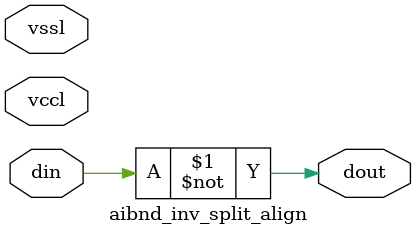
<source format=v>
module aibnd_inv_split_align(	// file.cleaned.mlir:2:3
  input  din,	// file.cleaned.mlir:2:39
         vccl,	// file.cleaned.mlir:2:53
         vssl,	// file.cleaned.mlir:2:68
  output dout	// file.cleaned.mlir:2:84
);

  assign dout = ~din;	// file.cleaned.mlir:4:10, :5:5
endmodule


</source>
